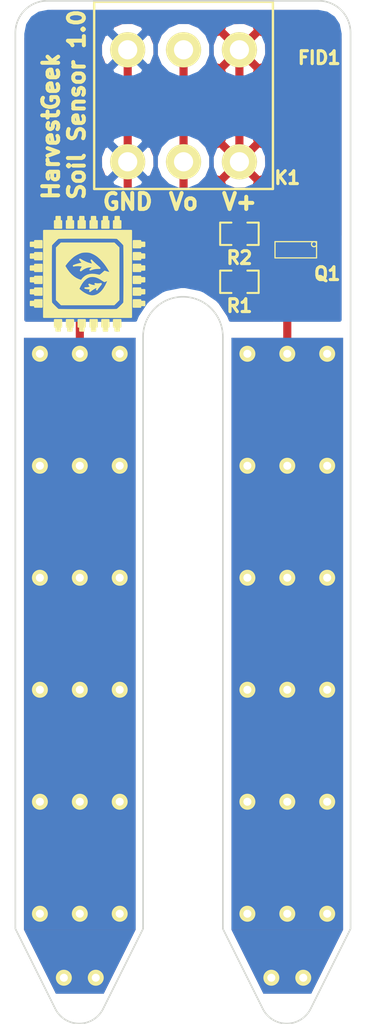
<source format=kicad_pcb>
(kicad_pcb (version 4) (host pcbnew "(2015-01-16 BZR 5376)-product")

  (general
    (links 56)
    (no_connects 2)
    (area 94.206715 51.170999 151.018286 115.415119)
    (thickness 1.6)
    (drawings 19)
    (tracks 30)
    (zones 0)
    (modules 10)
    (nets 6)
  )

  (page A4)
  (layers
    (0 F.Cu signal)
    (31 B.Cu signal hide)
    (32 B.Adhes user)
    (33 F.Adhes user)
    (34 B.Paste user)
    (35 F.Paste user)
    (36 B.SilkS user)
    (37 F.SilkS user)
    (38 B.Mask user)
    (39 F.Mask user)
    (40 Dwgs.User user)
    (41 Cmts.User user)
    (42 Eco1.User user)
    (43 Eco2.User user)
    (44 Edge.Cuts user)
    (45 Margin user)
    (46 B.CrtYd user)
    (47 F.CrtYd user)
    (48 B.Fab user)
    (49 F.Fab user)
  )

  (setup
    (last_trace_width 0.508)
    (trace_clearance 0.254)
    (zone_clearance 0.508)
    (zone_45_only no)
    (trace_min 0.254)
    (segment_width 0.2)
    (edge_width 0.1)
    (via_size 0.889)
    (via_drill 0.635)
    (via_min_size 0.889)
    (via_min_drill 0.508)
    (uvia_size 0.508)
    (uvia_drill 0.127)
    (uvias_allowed no)
    (uvia_min_size 0.508)
    (uvia_min_drill 0.127)
    (pcb_text_width 0.3)
    (pcb_text_size 1.5 1.5)
    (mod_edge_width 0.15)
    (mod_text_size 1 1)
    (mod_text_width 0.15)
    (pad_size 5 4)
    (pad_drill 0)
    (pad_to_mask_clearance 0)
    (aux_axis_origin 145.5 53)
    (grid_origin 145.5 53)
    (visible_elements FFFFFF7F)
    (pcbplotparams
      (layerselection 0x20000_00000000)
      (usegerberextensions false)
      (excludeedgelayer true)
      (linewidth 0.100000)
      (plotframeref false)
      (viasonmask false)
      (mode 1)
      (useauxorigin true)
      (hpglpennumber 1)
      (hpglpenspeed 20)
      (hpglpendiameter 15)
      (hpglpenoverlay 2)
      (psnegative false)
      (psa4output false)
      (plotreference true)
      (plotvalue false)
      (plotinvisibletext false)
      (padsonsilk false)
      (subtractmaskfromsilk true)
      (outputformat 1)
      (mirror false)
      (drillshape 0)
      (scaleselection 1)
      (outputdirectory ""))
  )

  (net 0 "")
  (net 1 "Net-(K1-Pad1)")
  (net 2 "Net-(K1-Pad2)")
  (net 3 "Net-(K1-Pad3)")
  (net 4 "Net-(P1-Pad1)")
  (net 5 "Net-(P2-Pad1)")

  (net_class Default "This is the default net class."
    (clearance 0.254)
    (trace_width 0.508)
    (via_dia 0.889)
    (via_drill 0.635)
    (uvia_dia 0.508)
    (uvia_drill 0.127)
    (add_net "Net-(K1-Pad1)")
    (add_net "Net-(K1-Pad2)")
    (add_net "Net-(K1-Pad3)")
    (add_net "Net-(P1-Pad1)")
    (add_net "Net-(P2-Pad1)")
  )

  (module Moisture:CON_3_weidmuller (layer F.Cu) (tedit 55804442) (tstamp 557FF51D)
    (at 136.5 54.5 180)
    (path /55747EA5)
    (fp_text reference K1 (at -6.5 -8 360) (layer F.SilkS)
      (effects (font (size 0.8 0.8) (thickness 0.2)))
    )
    (fp_text value CONN_3 (at -7.5 -6.5 270) (layer F.SilkS) hide
      (effects (font (size 0.8 0.8) (thickness 0.2)))
    )
    (fp_line (start -5.6 3) (end 5.6 3) (layer F.SilkS) (width 0.15))
    (fp_line (start 5.6 3) (end 5.6 -8.7) (layer F.SilkS) (width 0.15))
    (fp_line (start 5.6 -8.7) (end -5.6 -8.7) (layer F.SilkS) (width 0.15))
    (fp_line (start -5.6 -8.7) (end -5.6 3) (layer F.SilkS) (width 0.15))
    (pad 1 thru_hole circle (at -3.5 0 180) (size 2.2 2.2) (drill 1.2) (layers *.Cu *.Mask F.SilkS)
      (net 1 "Net-(K1-Pad1)"))
    (pad 2 thru_hole circle (at 0 0 180) (size 2.2 2.2) (drill 1.2) (layers *.Cu *.Mask F.SilkS)
      (net 2 "Net-(K1-Pad2)"))
    (pad 3 thru_hole circle (at 3.5 0 180) (size 2.2 2.2) (drill 1.2) (layers *.Cu *.Mask F.SilkS)
      (net 3 "Net-(K1-Pad3)"))
    (pad 1 thru_hole circle (at -3.5 -7 180) (size 2.2 2.2) (drill 1.2) (layers *.Cu *.Mask F.SilkS)
      (net 1 "Net-(K1-Pad1)"))
    (pad 2 thru_hole circle (at 0 -7 180) (size 2.2 2.2) (drill 1.2) (layers *.Cu *.Mask F.SilkS)
      (net 2 "Net-(K1-Pad2)"))
    (pad 3 thru_hole circle (at 3.5 -7 180) (size 2.2 2.2) (drill 1.2) (layers *.Cu *.Mask F.SilkS)
      (net 3 "Net-(K1-Pad3)"))
  )

  (module Moisture:SM0603_Resistor (layer F.Cu) (tedit 558051DC) (tstamp 557FF529)
    (at 140 69)
    (path /55747EFE)
    (attr smd)
    (fp_text reference R1 (at 0 1.5) (layer F.SilkS)
      (effects (font (size 0.8 0.8) (thickness 0.2)))
    )
    (fp_text value 100R (at -1.69926 0 90) (layer F.SilkS) hide
      (effects (font (size 0.8 0.8) (thickness 0.2)))
    )
    (fp_line (start -0.50038 -0.6985) (end -1.2065 -0.6985) (layer F.SilkS) (width 0.127))
    (fp_line (start -1.2065 -0.6985) (end -1.2065 0.6985) (layer F.SilkS) (width 0.127))
    (fp_line (start -1.2065 0.6985) (end -0.50038 0.6985) (layer F.SilkS) (width 0.127))
    (fp_line (start 1.2065 -0.6985) (end 0.50038 -0.6985) (layer F.SilkS) (width 0.127))
    (fp_line (start 1.2065 -0.6985) (end 1.2065 0.6985) (layer F.SilkS) (width 0.127))
    (fp_line (start 1.2065 0.6985) (end 0.50038 0.6985) (layer F.SilkS) (width 0.127))
    (pad 1 smd rect (at -0.762 0) (size 0.635 1.143) (layers F.Cu F.Paste F.Mask)
      (net 5 "Net-(P2-Pad1)"))
    (pad 2 smd rect (at 0.762 0) (size 0.635 1.143) (layers F.Cu F.Paste F.Mask)
      (net 1 "Net-(K1-Pad1)"))
    (model smd\resistors\R0603.wrl
      (at (xyz 0 0 0.001))
      (scale (xyz 0.5 0.5 0.5))
      (rotate (xyz 0 0 0))
    )
  )

  (module Moisture:SM0603_Resistor (layer F.Cu) (tedit 558051D6) (tstamp 557FF535)
    (at 140 66)
    (path /55747F2B)
    (attr smd)
    (fp_text reference R2 (at 0 1.5) (layer F.SilkS)
      (effects (font (size 0.8 0.8) (thickness 0.2)))
    )
    (fp_text value 100R (at -2 1 90) (layer F.SilkS) hide
      (effects (font (size 0.8 0.8) (thickness 0.2)))
    )
    (fp_line (start -0.50038 -0.6985) (end -1.2065 -0.6985) (layer F.SilkS) (width 0.127))
    (fp_line (start -1.2065 -0.6985) (end -1.2065 0.6985) (layer F.SilkS) (width 0.127))
    (fp_line (start -1.2065 0.6985) (end -0.50038 0.6985) (layer F.SilkS) (width 0.127))
    (fp_line (start 1.2065 -0.6985) (end 0.50038 -0.6985) (layer F.SilkS) (width 0.127))
    (fp_line (start 1.2065 -0.6985) (end 1.2065 0.6985) (layer F.SilkS) (width 0.127))
    (fp_line (start 1.2065 0.6985) (end 0.50038 0.6985) (layer F.SilkS) (width 0.127))
    (pad 1 smd rect (at -0.762 0) (size 0.635 1.143) (layers F.Cu F.Paste F.Mask)
      (net 3 "Net-(K1-Pad3)"))
    (pad 2 smd rect (at 0.762 0) (size 0.635 1.143) (layers F.Cu F.Paste F.Mask)
      (net 2 "Net-(K1-Pad2)"))
    (model smd\resistors\R0603.wrl
      (at (xyz 0 0 0.001))
      (scale (xyz 0.5 0.5 0.5))
      (rotate (xyz 0 0 0))
    )
  )

  (module Moisture:SOT23 (layer F.Cu) (tedit 558051EF) (tstamp 55803DC0)
    (at 143.5 67 270)
    (tags SOT23)
    (path /55803C77)
    (attr smd)
    (fp_text reference Q1 (at 1.5 -2 540) (layer F.SilkS)
      (effects (font (size 0.8 0.8) (thickness 0.2)))
    )
    (fp_text value MMBT2222ALT3G (at 0 0.0635 360) (layer F.SilkS) hide
      (effects (font (size 0.50038 0.50038) (thickness 0.09906)))
    )
    (fp_circle (center -0.35052 -1.17602) (end -0.44958 -1.30048) (layer F.SilkS) (width 0.07874))
    (fp_line (start 0.508 1.27) (end -0.508 1.27) (layer F.SilkS) (width 0.07874))
    (fp_line (start 0.508 -1.3335) (end -0.508 -1.3335) (layer F.SilkS) (width 0.07874))
    (fp_line (start -0.508 1.27) (end -0.508 -1.3335) (layer F.SilkS) (width 0.07874))
    (fp_line (start 0.508 -1.3335) (end 0.508 1.27) (layer F.SilkS) (width 0.07874))
    (pad 3 smd rect (at 1.09982 0 180) (size 0.8001 1.00076) (layers F.Cu F.Paste F.Mask)
      (net 1 "Net-(K1-Pad1)"))
    (pad 2 smd rect (at -1.09982 0.9525 180) (size 0.8001 1.00076) (layers F.Cu F.Paste F.Mask)
      (net 2 "Net-(K1-Pad2)"))
    (pad 1 smd rect (at -1.09982 -0.9525 180) (size 0.8001 1.00076) (layers F.Cu F.Paste F.Mask)
      (net 4 "Net-(P1-Pad1)"))
    (model smd\SOT23_3.wrl
      (at (xyz 0 0 0))
      (scale (xyz 0.4 0.4 0.4))
      (rotate (xyz 0 0 180))
    )
  )

  (module Moisture:logo2 (layer F.Cu) (tedit 558045A0) (tstamp 5580484B)
    (at 130.5 68.5 90)
    (fp_text reference G*** (at 0 0 90) (layer F.SilkS) hide
      (effects (font (thickness 0.3)))
    )
    (fp_text value LOGO (at 0.75 0 90) (layer F.SilkS) hide
      (effects (font (thickness 0.3)))
    )
    (fp_poly (pts (xy -1.636889 3.302) (xy -1.686278 3.302) (xy -1.735667 3.302) (xy -1.735667 3.429)
      (xy -1.735667 3.556) (xy -1.855611 3.556) (xy -1.975555 3.556) (xy -1.975555 3.429)
      (xy -1.975555 3.302) (xy -2.024944 3.302) (xy -2.074333 3.302) (xy -2.074333 3.083277)
      (xy -2.074333 2.864555) (xy -1.855611 2.864555) (xy -1.636889 2.864555) (xy -1.636889 3.083277)
      (xy -1.636889 3.302) (xy -1.636889 3.302)) (layer F.SilkS) (width 0.1))
    (fp_poly (pts (xy -0.903111 3.302) (xy -0.9525 3.302) (xy -1.001889 3.302) (xy -1.001889 3.429)
      (xy -1.001889 3.556) (xy -1.121833 3.556) (xy -1.241778 3.556) (xy -1.241778 3.429)
      (xy -1.241778 3.302) (xy -1.284111 3.302) (xy -1.326444 3.302) (xy -1.326444 3.083277)
      (xy -1.326444 2.864555) (xy -1.114778 2.864555) (xy -0.903111 2.864555) (xy -0.903111 3.083277)
      (xy -0.903111 3.302) (xy -0.903111 3.302)) (layer F.SilkS) (width 0.1))
    (fp_poly (pts (xy -0.169333 3.302) (xy -0.211667 3.302) (xy -0.254 3.302) (xy -0.254 3.429)
      (xy -0.254 3.556) (xy -0.373944 3.556) (xy -0.493889 3.556) (xy -0.493889 3.429)
      (xy -0.493889 3.302) (xy -0.543278 3.302) (xy -0.592667 3.302) (xy -0.592667 3.083277)
      (xy -0.592667 2.864555) (xy -0.381 2.864555) (xy -0.169333 2.864555) (xy -0.169333 3.083277)
      (xy -0.169333 3.302) (xy -0.169333 3.302)) (layer F.SilkS) (width 0.1))
    (fp_poly (pts (xy 0.578556 3.302) (xy 0.529167 3.302) (xy 0.479778 3.302) (xy 0.479778 3.429)
      (xy 0.479778 3.556) (xy 0.359833 3.556) (xy 0.239889 3.556) (xy 0.239889 3.429)
      (xy 0.239889 3.302) (xy 0.197556 3.302) (xy 0.155222 3.302) (xy 0.155222 3.083277)
      (xy 0.155222 2.864555) (xy 0.366889 2.864555) (xy 0.578556 2.864555) (xy 0.578556 3.083277)
      (xy 0.578556 3.302) (xy 0.578556 3.302)) (layer F.SilkS) (width 0.1))
    (fp_poly (pts (xy 1.312333 3.302) (xy 1.27 3.302) (xy 1.227667 3.302) (xy 1.227667 3.429)
      (xy 1.227667 3.556) (xy 1.107722 3.556) (xy 0.987778 3.556) (xy 0.987778 3.429)
      (xy 0.987778 3.302) (xy 0.938389 3.302) (xy 0.889 3.302) (xy 0.889 3.083277)
      (xy 0.889 2.864555) (xy 1.100667 2.864555) (xy 1.312333 2.864555) (xy 1.312333 3.083277)
      (xy 1.312333 3.302) (xy 1.312333 3.302)) (layer F.SilkS) (width 0.1))
    (fp_poly (pts (xy 2.060222 3.302) (xy 2.010833 3.302) (xy 1.961445 3.302) (xy 1.961445 3.429)
      (xy 1.961445 3.556) (xy 1.8415 3.556) (xy 1.721556 3.556) (xy 1.721556 3.429)
      (xy 1.721556 3.302) (xy 1.679222 3.302) (xy 1.636889 3.302) (xy 1.636889 3.083277)
      (xy 1.636889 2.864555) (xy 1.848556 2.864555) (xy 2.060222 2.864555) (xy 2.060222 3.083277)
      (xy 2.060222 3.302) (xy 2.060222 3.302)) (layer F.SilkS) (width 0.1))
    (fp_poly (pts (xy 2.695222 2.723444) (xy 2.243667 2.723444) (xy 2.243667 -0.007056) (xy 2.243631 -0.275204)
      (xy 2.243515 -0.516522) (xy 2.243302 -0.732399) (xy 2.242977 -0.924226) (xy 2.242526 -1.093394)
      (xy 2.241933 -1.241295) (xy 2.241184 -1.369319) (xy 2.240262 -1.478856) (xy 2.239153 -1.571298)
      (xy 2.237841 -1.648036) (xy 2.236312 -1.71046) (xy 2.23455 -1.759962) (xy 2.232541 -1.797931)
      (xy 2.230268 -1.82576) (xy 2.227717 -1.844838) (xy 2.224873 -1.856557) (xy 2.223472 -1.85984)
      (xy 2.20654 -1.882552) (xy 2.17308 -1.920383) (xy 2.12713 -1.969314) (xy 2.072731 -2.025328)
      (xy 2.013921 -2.084406) (xy 1.95474 -2.142532) (xy 1.899227 -2.195687) (xy 1.851421 -2.239852)
      (xy 1.815362 -2.271012) (xy 1.796567 -2.284476) (xy 1.782072 -2.286999) (xy 1.748503 -2.289277)
      (xy 1.695078 -2.291317) (xy 1.621013 -2.293125) (xy 1.525526 -2.294708) (xy 1.407832 -2.296074)
      (xy 1.26715 -2.297228) (xy 1.102697 -2.298179) (xy 0.913688 -2.298931) (xy 0.699341 -2.299493)
      (xy 0.458872 -2.299872) (xy 0.1915 -2.300073) (xy -0.006829 -2.300112) (xy -0.27173 -2.300075)
      (xy -0.509817 -2.299955) (xy -0.722497 -2.299736) (xy -0.911177 -2.299402) (xy -1.077267 -2.298937)
      (xy -1.222172 -2.298326) (xy -1.347301 -2.297553) (xy -1.454062 -2.296603) (xy -1.543861 -2.295459)
      (xy -1.618108 -2.294106) (xy -1.678209 -2.292528) (xy -1.725572 -2.29071) (xy -1.761604 -2.288635)
      (xy -1.787714 -2.286289) (xy -1.805309 -2.283655) (xy -1.815797 -2.280718) (xy -1.817506 -2.279917)
      (xy -1.840219 -2.262985) (xy -1.878049 -2.229524) (xy -1.92698 -2.183575) (xy -1.982994 -2.129176)
      (xy -2.042073 -2.070366) (xy -2.100198 -2.011185) (xy -2.153353 -1.955672) (xy -2.197519 -1.907866)
      (xy -2.228678 -1.871807) (xy -2.242143 -1.853011) (xy -2.244641 -1.838591) (xy -2.246899 -1.805144)
      (xy -2.248924 -1.751893) (xy -2.250721 -1.678059) (xy -2.252298 -1.582864) (xy -2.253662 -1.46553)
      (xy -2.254818 -1.325279) (xy -2.255773 -1.161334) (xy -2.256535 -0.972916) (xy -2.25711 -0.759246)
      (xy -2.257503 -0.519548) (xy -2.257723 -0.253043) (xy -2.257778 -0.014477) (xy -2.257768 0.248521)
      (xy -2.257724 0.484778) (xy -2.257624 0.695776) (xy -2.257447 0.882995) (xy -2.257171 1.047918)
      (xy -2.256774 1.192025) (xy -2.256235 1.316797) (xy -2.255531 1.423717) (xy -2.254642 1.514265)
      (xy -2.253545 1.589923) (xy -2.25222 1.652172) (xy -2.250643 1.702494) (xy -2.248794 1.742369)
      (xy -2.24665 1.77328) (xy -2.244191 1.796706) (xy -2.241395 1.814131) (xy -2.238239 1.827034)
      (xy -2.234702 1.836898) (xy -2.230763 1.845204) (xy -2.230563 1.84559) (xy -2.212311 1.87116)
      (xy -2.177619 1.911792) (xy -2.130646 1.963256) (xy -2.075552 2.021324) (xy -2.016498 2.081767)
      (xy -1.957643 2.140356) (xy -1.903148 2.192862) (xy -1.857172 2.235057) (xy -1.823876 2.262712)
      (xy -1.813278 2.269768) (xy -1.795067 2.272103) (xy -1.750708 2.274264) (xy -1.682271 2.276251)
      (xy -1.59183 2.278064) (xy -1.481458 2.279703) (xy -1.353226 2.281167) (xy -1.209207 2.282455)
      (xy -1.051474 2.283568) (xy -0.882099 2.284505) (xy -0.703155 2.285266) (xy -0.516713 2.28585)
      (xy -0.324847 2.286257) (xy -0.129629 2.286487) (xy 0.066868 2.286539) (xy 0.262573 2.286414)
      (xy 0.455412 2.28611) (xy 0.643313 2.285627) (xy 0.824205 2.284966) (xy 0.996013 2.284125)
      (xy 1.156666 2.283104) (xy 1.304091 2.281903) (xy 1.436216 2.280523) (xy 1.550969 2.278961)
      (xy 1.646276 2.277218) (xy 1.720066 2.275294) (xy 1.770265 2.273188) (xy 1.794802 2.2709)
      (xy 1.796567 2.270365) (xy 1.818962 2.253958) (xy 1.856656 2.221013) (xy 1.905608 2.175548)
      (xy 1.961779 2.121579) (xy 2.021129 2.063124) (xy 2.079621 2.004203) (xy 2.133213 1.948832)
      (xy 2.177868 1.901029) (xy 2.209545 1.864812) (xy 2.223472 1.845728) (xy 2.226455 1.836908)
      (xy 2.229138 1.821363) (xy 2.231536 1.797704) (xy 2.233664 1.764538) (xy 2.235537 1.720477)
      (xy 2.237171 1.664127) (xy 2.23858 1.594099) (xy 2.239779 1.509003) (xy 2.240785 1.407446)
      (xy 2.241611 1.288038) (xy 2.242274 1.149388) (xy 2.242788 0.990106) (xy 2.243168 0.8088)
      (xy 2.24343 0.60408) (xy 2.243589 0.374555) (xy 2.24366 0.118833) (xy 2.243667 -0.007056)
      (xy 2.243667 2.723444) (xy -0.007055 2.723444) (xy -2.709333 2.723444) (xy -2.709333 -0.014111)
      (xy -2.709333 -2.751667) (xy -0.007055 -2.751667) (xy 2.695222 -2.751667) (xy 2.695222 -0.014111)
      (xy 2.695222 2.723444) (xy 2.695222 2.723444)) (layer F.SilkS) (width 0.1))
    (fp_poly (pts (xy -2.878667 2.060222) (xy -3.097389 2.060222) (xy -3.316111 2.060222) (xy -3.316111 2.010833)
      (xy -3.316111 1.961444) (xy -3.443111 1.961444) (xy -3.570111 1.961444) (xy -3.570111 1.8415)
      (xy -3.570111 1.721555) (xy -3.443111 1.721555) (xy -3.316111 1.721555) (xy -3.316111 1.672166)
      (xy -3.316111 1.622777) (xy -3.097389 1.622777) (xy -2.878667 1.622777) (xy -2.878667 1.8415)
      (xy -2.878667 2.060222) (xy -2.878667 2.060222)) (layer F.SilkS) (width 0.1))
    (fp_poly (pts (xy 3.570111 1.961444) (xy 3.436056 1.961444) (xy 3.302 1.961444) (xy 3.302 2.010833)
      (xy 3.302 2.060222) (xy 3.083278 2.060222) (xy 2.864556 2.060222) (xy 2.864556 1.8415)
      (xy 2.864556 1.622777) (xy 3.083278 1.622777) (xy 3.302 1.622777) (xy 3.302 1.672166)
      (xy 3.302 1.721555) (xy 3.436056 1.721555) (xy 3.570111 1.721555) (xy 3.570111 1.8415)
      (xy 3.570111 1.961444) (xy 3.570111 1.961444)) (layer F.SilkS) (width 0.1))
    (fp_poly (pts (xy -2.878667 1.312333) (xy -3.097389 1.312333) (xy -3.316111 1.312333) (xy -3.316111 1.27)
      (xy -3.316111 1.227666) (xy -3.443111 1.227666) (xy -3.570111 1.227666) (xy -3.570111 1.107722)
      (xy -3.570111 0.987777) (xy -3.443111 0.987777) (xy -3.316111 0.987777) (xy -3.316111 0.938389)
      (xy -3.316111 0.889) (xy -3.097389 0.889) (xy -2.878667 0.889) (xy -2.878667 1.100666)
      (xy -2.878667 1.312333) (xy -2.878667 1.312333)) (layer F.SilkS) (width 0.1))
    (fp_poly (pts (xy 3.570111 1.227666) (xy 3.436056 1.227666) (xy 3.302 1.227666) (xy 3.302 1.27)
      (xy 3.302 1.312333) (xy 3.083278 1.312333) (xy 2.864556 1.312333) (xy 2.864556 1.100666)
      (xy 2.864556 0.889) (xy 3.083278 0.889) (xy 3.302 0.889) (xy 3.302 0.938389)
      (xy 3.302 0.987777) (xy 3.436056 0.987777) (xy 3.570111 0.987777) (xy 3.570111 1.107722)
      (xy 3.570111 1.227666) (xy 3.570111 1.227666)) (layer F.SilkS) (width 0.1))
    (fp_poly (pts (xy -2.878667 0.578555) (xy -3.097389 0.578555) (xy -3.316111 0.578555) (xy -3.316111 0.529166)
      (xy -3.316111 0.479777) (xy -3.443111 0.479777) (xy -3.570111 0.479777) (xy -3.570111 0.359833)
      (xy -3.570111 0.239889) (xy -3.443111 0.239889) (xy -3.316111 0.239889) (xy -3.316111 0.197555)
      (xy -3.316111 0.155222) (xy -3.097389 0.155222) (xy -2.878667 0.155222) (xy -2.878667 0.366889)
      (xy -2.878667 0.578555) (xy -2.878667 0.578555)) (layer F.SilkS) (width 0.1))
    (fp_poly (pts (xy 3.570111 0.479777) (xy 3.436056 0.479777) (xy 3.302 0.479777) (xy 3.302 0.529166)
      (xy 3.302 0.578555) (xy 3.083278 0.578555) (xy 2.864556 0.578555) (xy 2.864556 0.366889)
      (xy 2.864556 0.155222) (xy 3.083278 0.155222) (xy 3.302 0.155222) (xy 3.302 0.197555)
      (xy 3.302 0.239889) (xy 3.436056 0.239889) (xy 3.570111 0.239889) (xy 3.570111 0.359833)
      (xy 3.570111 0.479777) (xy 3.570111 0.479777)) (layer F.SilkS) (width 0.1))
    (fp_poly (pts (xy -2.878667 -0.169334) (xy -3.097389 -0.169334) (xy -3.316111 -0.169334) (xy -3.316111 -0.211667)
      (xy -3.316111 -0.254) (xy -3.443111 -0.254) (xy -3.570111 -0.254) (xy -3.570111 -0.373945)
      (xy -3.570111 -0.493889) (xy -3.443111 -0.493889) (xy -3.316111 -0.493889) (xy -3.316111 -0.543278)
      (xy -3.316111 -0.592667) (xy -3.097389 -0.592667) (xy -2.878667 -0.592667) (xy -2.878667 -0.381)
      (xy -2.878667 -0.169334) (xy -2.878667 -0.169334)) (layer F.SilkS) (width 0.1))
    (fp_poly (pts (xy 3.570111 -0.254) (xy 3.436056 -0.254) (xy 3.302 -0.254) (xy 3.302 -0.211667)
      (xy 3.302 -0.169334) (xy 3.083278 -0.169334) (xy 2.864556 -0.169334) (xy 2.864556 -0.381)
      (xy 2.864556 -0.592667) (xy 3.083278 -0.592667) (xy 3.302 -0.592667) (xy 3.302 -0.543278)
      (xy 3.302 -0.493889) (xy 3.436056 -0.493889) (xy 3.570111 -0.493889) (xy 3.570111 -0.373945)
      (xy 3.570111 -0.254) (xy 3.570111 -0.254)) (layer F.SilkS) (width 0.1))
    (fp_poly (pts (xy -2.878667 -0.903111) (xy -3.097389 -0.903111) (xy -3.316111 -0.903111) (xy -3.316111 -0.9525)
      (xy -3.316111 -1.001889) (xy -3.443111 -1.001889) (xy -3.570111 -1.001889) (xy -3.570111 -1.121834)
      (xy -3.570111 -1.241778) (xy -3.443111 -1.241778) (xy -3.316111 -1.241778) (xy -3.316111 -1.284111)
      (xy -3.316111 -1.326445) (xy -3.097389 -1.326445) (xy -2.878667 -1.326445) (xy -2.878667 -1.114778)
      (xy -2.878667 -0.903111) (xy -2.878667 -0.903111)) (layer F.SilkS) (width 0.1))
    (fp_poly (pts (xy 3.570111 -1.001889) (xy 3.436056 -1.001889) (xy 3.302 -1.001889) (xy 3.302 -0.9525)
      (xy 3.302 -0.903111) (xy 3.083278 -0.903111) (xy 2.864556 -0.903111) (xy 2.864556 -1.114778)
      (xy 2.864556 -1.326445) (xy 3.083278 -1.326445) (xy 3.302 -1.326445) (xy 3.302 -1.284111)
      (xy 3.302 -1.241778) (xy 3.436056 -1.241778) (xy 3.570111 -1.241778) (xy 3.570111 -1.121834)
      (xy 3.570111 -1.001889) (xy 3.570111 -1.001889)) (layer F.SilkS) (width 0.1))
    (fp_poly (pts (xy -2.878667 -1.651) (xy -3.097389 -1.651) (xy -3.316111 -1.651) (xy -3.316111 -1.693334)
      (xy -3.316111 -1.735667) (xy -3.443111 -1.735667) (xy -3.570111 -1.735667) (xy -3.570111 -1.855611)
      (xy -3.570111 -1.975556) (xy -3.443111 -1.975556) (xy -3.316111 -1.975556) (xy -3.316111 -2.024945)
      (xy -3.316111 -2.074334) (xy -3.097389 -2.074334) (xy -2.878667 -2.074334) (xy -2.878667 -1.862667)
      (xy -2.878667 -1.651) (xy -2.878667 -1.651)) (layer F.SilkS) (width 0.1))
    (fp_poly (pts (xy 3.570111 -1.735667) (xy 3.436056 -1.735667) (xy 3.302 -1.735667) (xy 3.302 -1.693334)
      (xy 3.302 -1.651) (xy 3.083278 -1.651) (xy 2.864556 -1.651) (xy 2.864556 -1.862667)
      (xy 2.864556 -2.074334) (xy 3.083278 -2.074334) (xy 3.302 -2.074334) (xy 3.302 -2.024945)
      (xy 3.302 -1.975556) (xy 3.436056 -1.975556) (xy 3.570111 -1.975556) (xy 3.570111 -1.855611)
      (xy 3.570111 -1.735667) (xy 3.570111 -1.735667)) (layer F.SilkS) (width 0.1))
    (fp_poly (pts (xy -1.636889 -2.878667) (xy -1.855611 -2.878667) (xy -2.074333 -2.878667) (xy -2.074333 -3.097389)
      (xy -2.074333 -3.316111) (xy -2.024944 -3.316111) (xy -1.975555 -3.316111) (xy -1.975555 -3.450167)
      (xy -1.975555 -3.584223) (xy -1.855611 -3.584223) (xy -1.735667 -3.584223) (xy -1.735667 -3.450167)
      (xy -1.735667 -3.316111) (xy -1.686278 -3.316111) (xy -1.636889 -3.316111) (xy -1.636889 -3.097389)
      (xy -1.636889 -2.878667) (xy -1.636889 -2.878667)) (layer F.SilkS) (width 0.1))
    (fp_poly (pts (xy -0.903111 -2.878667) (xy -1.114778 -2.878667) (xy -1.326444 -2.878667) (xy -1.326444 -3.097389)
      (xy -1.326444 -3.316111) (xy -1.284111 -3.316111) (xy -1.241778 -3.316111) (xy -1.241778 -3.450167)
      (xy -1.241778 -3.584223) (xy -1.121833 -3.584223) (xy -1.001889 -3.584223) (xy -1.001889 -3.450167)
      (xy -1.001889 -3.316111) (xy -0.9525 -3.316111) (xy -0.903111 -3.316111) (xy -0.903111 -3.097389)
      (xy -0.903111 -2.878667) (xy -0.903111 -2.878667)) (layer F.SilkS) (width 0.1))
    (fp_poly (pts (xy -0.169333 -2.878667) (xy -0.381 -2.878667) (xy -0.592667 -2.878667) (xy -0.592667 -3.097389)
      (xy -0.592667 -3.316111) (xy -0.543278 -3.316111) (xy -0.493889 -3.316111) (xy -0.493889 -3.450167)
      (xy -0.493889 -3.584223) (xy -0.373944 -3.584223) (xy -0.254 -3.584223) (xy -0.254 -3.450167)
      (xy -0.254 -3.316111) (xy -0.211667 -3.316111) (xy -0.169333 -3.316111) (xy -0.169333 -3.097389)
      (xy -0.169333 -2.878667) (xy -0.169333 -2.878667)) (layer F.SilkS) (width 0.1))
    (fp_poly (pts (xy 0.578556 -2.878667) (xy 0.366889 -2.878667) (xy 0.155222 -2.878667) (xy 0.155222 -3.097389)
      (xy 0.155222 -3.316111) (xy 0.197556 -3.316111) (xy 0.239889 -3.316111) (xy 0.239889 -3.450167)
      (xy 0.239889 -3.584223) (xy 0.359833 -3.584223) (xy 0.479778 -3.584223) (xy 0.479778 -3.450167)
      (xy 0.479778 -3.316111) (xy 0.529167 -3.316111) (xy 0.578556 -3.316111) (xy 0.578556 -3.097389)
      (xy 0.578556 -2.878667) (xy 0.578556 -2.878667)) (layer F.SilkS) (width 0.1))
    (fp_poly (pts (xy 1.312333 -2.878667) (xy 1.100667 -2.878667) (xy 0.889 -2.878667) (xy 0.889 -3.097389)
      (xy 0.889 -3.316111) (xy 0.938389 -3.316111) (xy 0.987778 -3.316111) (xy 0.987778 -3.450167)
      (xy 0.987778 -3.584223) (xy 1.107722 -3.584223) (xy 1.227667 -3.584223) (xy 1.227667 -3.450167)
      (xy 1.227667 -3.316111) (xy 1.27 -3.316111) (xy 1.312333 -3.316111) (xy 1.312333 -3.097389)
      (xy 1.312333 -2.878667) (xy 1.312333 -2.878667)) (layer F.SilkS) (width 0.1))
    (fp_poly (pts (xy 2.060222 -2.878667) (xy 1.848556 -2.878667) (xy 1.636889 -2.878667) (xy 1.636889 -3.097389)
      (xy 1.636889 -3.316111) (xy 1.679222 -3.316111) (xy 1.721556 -3.316111) (xy 1.721556 -3.450167)
      (xy 1.721556 -3.584223) (xy 1.8415 -3.584223) (xy 1.961445 -3.584223) (xy 1.961445 -3.450167)
      (xy 1.961445 -3.316111) (xy 2.010833 -3.316111) (xy 2.060222 -3.316111) (xy 2.060222 -3.097389)
      (xy 2.060222 -2.878667) (xy 2.060222 -2.878667)) (layer F.SilkS) (width 0.1))
    (fp_poly (pts (xy 1.905 1.650796) (xy 1.765358 1.792009) (xy 1.625717 1.933222) (xy 1.37579 1.933222)
      (xy 1.37579 -0.167875) (xy 1.368184 -0.278979) (xy 1.352618 -0.377785) (xy 1.343754 -0.413182)
      (xy 1.304931 -0.523406) (xy 1.250241 -0.643765) (xy 1.184302 -0.764984) (xy 1.113773 -0.874889)
      (xy 1.059691 -0.944597) (xy 0.988641 -1.025289) (xy 0.906402 -1.111245) (xy 0.818754 -1.196743)
      (xy 0.731476 -1.276065) (xy 0.650348 -1.343489) (xy 0.609108 -1.37438) (xy 0.492021 -1.457592)
      (xy 0.432983 -1.424903) (xy 0.243981 -1.308711) (xy 0.074574 -1.180839) (xy -0.073591 -1.043028)
      (xy -0.198869 -0.897017) (xy -0.299613 -0.744547) (xy -0.374176 -0.587359) (xy -0.383635 -0.561694)
      (xy -0.407512 -0.490122) (xy -0.41988 -0.439419) (xy -0.420653 -0.404647) (xy -0.409745 -0.38087)
      (xy -0.387067 -0.363147) (xy -0.380085 -0.359361) (xy -0.349664 -0.338663) (xy -0.308032 -0.303974)
      (xy -0.263145 -0.262018) (xy -0.253642 -0.252499) (xy -0.165808 -0.144245) (xy -0.101996 -0.022146)
      (xy -0.062151 0.114079) (xy -0.046218 0.264713) (xy -0.054141 0.430036) (xy -0.0854 0.608317)
      (xy -0.116716 0.743913) (xy -0.060418 0.82012) (xy -0.020852 0.870905) (xy 0.02739 0.92896)
      (xy 0.070896 0.978407) (xy 0.145912 1.060487) (xy 0.122614 1.126438) (xy 0.104622 1.183175)
      (xy 0.086961 1.248585) (xy 0.071702 1.313816) (xy 0.060911 1.370016) (xy 0.056657 1.408334)
      (xy 0.056653 1.408734) (xy 0.056445 1.441635) (xy 0.102306 1.414434) (xy 0.132356 1.396633)
      (xy 0.180092 1.368384) (xy 0.238902 1.333596) (xy 0.301019 1.296866) (xy 0.474877 1.186185)
      (xy 0.642633 1.064141) (xy 0.799592 0.934736) (xy 0.941056 0.801975) (xy 1.062332 0.669861)
      (xy 1.117223 0.60093) (xy 1.182768 0.504024) (xy 1.244821 0.394654) (xy 1.298517 0.282437)
      (xy 1.338992 0.176992) (xy 1.349782 0.141111) (xy 1.366696 0.051981) (xy 1.37533 -0.054284)
      (xy 1.37579 -0.167875) (xy 1.37579 1.933222) (xy -0.00231 1.933222) (xy -0.15158 1.933222)
      (xy -0.15158 0.289277) (xy -0.159584 0.169982) (xy -0.186298 0.064217) (xy -0.234683 -0.037908)
      (xy -0.263281 -0.083755) (xy -0.352099 -0.195246) (xy -0.466275 -0.301684) (xy -0.603097 -0.400957)
      (xy -0.759854 -0.490951) (xy -0.829147 -0.524625) (xy -0.9525 -0.58165) (xy -1.026922 -0.498964)
      (xy -1.126791 -0.37661) (xy -1.214146 -0.246765) (xy -1.286887 -0.113865) (xy -1.342914 0.017656)
      (xy -1.380128 0.143365) (xy -1.396429 0.258828) (xy -1.397 0.282553) (xy -1.383109 0.420386)
      (xy -1.342 0.554156) (xy -1.274521 0.68277) (xy -1.18152 0.805138) (xy -1.063845 0.920169)
      (xy -0.922344 1.026771) (xy -0.757863 1.123854) (xy -0.733778 1.136256) (xy -0.632629 1.186214)
      (xy -0.545542 1.226657) (xy -0.474685 1.256718) (xy -0.422225 1.275528) (xy -0.390332 1.28222)
      (xy -0.381 1.277377) (xy -0.386155 1.257731) (xy -0.399372 1.220663) (xy -0.417282 1.174558)
      (xy -0.436516 1.127797) (xy -0.453704 1.088764) (xy -0.465477 1.065839) (xy -0.466732 1.064105)
      (xy -0.468606 1.048513) (xy -0.456918 1.019497) (xy -0.430202 0.974182) (xy -0.390538 0.914826)
      (xy -0.304112 0.781055) (xy -0.238761 0.65958) (xy -0.192808 0.546003) (xy -0.16457 0.435927)
      (xy -0.15237 0.324954) (xy -0.15158 0.289277) (xy -0.15158 1.933222) (xy -1.630338 1.933222)
      (xy -1.774724 1.788342) (xy -1.919111 1.643462) (xy -1.919111 -0.007549) (xy -1.919111 -1.65856)
      (xy -1.774231 -1.802947) (xy -1.629351 -1.947334) (xy -0.002894 -1.947334) (xy 1.623564 -1.947334)
      (xy 1.764282 -1.807889) (xy 1.905 -1.668444) (xy 1.905 -0.008824) (xy 1.905 1.650796)
      (xy 1.905 1.650796)) (layer F.SilkS) (width 0.1))
    (fp_poly (pts (xy 0.898102 -0.493889) (xy 0.897614 -0.483919) (xy 0.885718 -0.462139) (xy 0.828652 -0.366419)
      (xy 0.771312 -0.256132) (xy 0.71743 -0.139593) (xy 0.670737 -0.025116) (xy 0.634965 0.078986)
      (xy 0.62227 0.124831) (xy 0.601914 0.209614) (xy 0.589061 0.270198) (xy 0.583338 0.309486)
      (xy 0.58437 0.330381) (xy 0.591784 0.335783) (xy 0.5952 0.334815) (xy 0.615914 0.325709)
      (xy 0.655116 0.307993) (xy 0.705675 0.284898) (xy 0.726441 0.275356) (xy 0.839049 0.223531)
      (xy 0.740508 0.319904) (xy 0.684025 0.377095) (xy 0.622797 0.442144) (xy 0.568203 0.502904)
      (xy 0.557729 0.515055) (xy 0.510999 0.569337) (xy 0.462483 0.624862) (xy 0.421091 0.671455)
      (xy 0.413134 0.680256) (xy 0.352778 0.746679) (xy 0.352778 0.626745) (xy 0.344982 0.497036)
      (xy 0.322997 0.36788) (xy 0.288929 0.250366) (xy 0.274319 0.213527) (xy 0.256946 0.171985)
      (xy 0.251013 0.153104) (xy 0.256084 0.153943) (xy 0.267292 0.166273) (xy 0.326682 0.235255)
      (xy 0.371095 0.283785) (xy 0.402678 0.313841) (xy 0.42358 0.327401) (xy 0.435951 0.326445)
      (xy 0.438267 0.323708) (xy 0.447233 0.292684) (xy 0.451095 0.241104) (xy 0.450153 0.176112)
      (xy 0.444712 0.104853) (xy 0.435072 0.03447) (xy 0.423729 -0.019622) (xy 0.389943 -0.123114)
      (xy 0.343057 -0.227181) (xy 0.288247 -0.321415) (xy 0.244197 -0.380385) (xy 0.217893 -0.413758)
      (xy 0.202875 -0.438113) (xy 0.201531 -0.446124) (xy 0.21764 -0.444366) (xy 0.251262 -0.430762)
      (xy 0.296032 -0.408514) (xy 0.345585 -0.380821) (xy 0.393556 -0.350885) (xy 0.401331 -0.345643)
      (xy 0.435404 -0.323493) (xy 0.454789 -0.316482) (xy 0.467693 -0.323247) (xy 0.475703 -0.333302)
      (xy 0.499454 -0.383184) (xy 0.516263 -0.455442) (xy 0.525612 -0.544969) (xy 0.526982 -0.646659)
      (xy 0.519858 -0.755406) (xy 0.519154 -0.762) (xy 0.514172 -0.810056) (xy 0.513146 -0.833132)
      (xy 0.51679 -0.834286) (xy 0.525822 -0.816576) (xy 0.529851 -0.807681) (xy 0.548076 -0.76027)
      (xy 0.569636 -0.693739) (xy 0.592104 -0.616597) (xy 0.613059 -0.537354) (xy 0.630075 -0.464519)
      (xy 0.635996 -0.435067) (xy 0.645462 -0.385707) (xy 0.65346 -0.346317) (xy 0.657765 -0.327421)
      (xy 0.670358 -0.327106) (xy 0.701209 -0.344762) (xy 0.748059 -0.378979) (xy 0.776346 -0.401505)
      (xy 0.824163 -0.439817) (xy 0.863723 -0.470373) (xy 0.890075 -0.489417) (xy 0.898102 -0.493889)
      (xy 0.898102 -0.493889)) (layer F.SilkS) (width 0.1))
    (fp_poly (pts (xy 0.504985 -0.86755) (xy 0.503296 -0.865482) (xy 0.494907 -0.867419) (xy 0.493889 -0.874889)
      (xy 0.499052 -0.886504) (xy 0.503296 -0.884297) (xy 0.504985 -0.86755) (xy 0.504985 -0.86755)) (layer F.SilkS) (width 0.1))
    (fp_poly (pts (xy -0.624322 0.828453) (xy -0.639029 0.827582) (xy -0.671438 0.805325) (xy -0.691444 0.7886)
      (xy -0.724749 0.760961) (xy -0.772627 0.722756) (xy -0.827062 0.680338) (xy -0.853722 0.659924)
      (xy -0.903399 0.62127) (xy -0.931655 0.596807) (xy -0.940257 0.584639) (xy -0.930973 0.58287)
      (xy -0.924278 0.584247) (xy -0.882106 0.594417) (xy -0.850194 0.602137) (xy -0.824682 0.602347)
      (xy -0.818444 0.588575) (xy -0.825735 0.559961) (xy -0.845442 0.513808) (xy -0.874313 0.456051)
      (xy -0.909099 0.392627) (xy -0.946549 0.32947) (xy -0.983414 0.272518) (xy -1.015202 0.229234)
      (xy -1.04845 0.187139) (xy -1.073437 0.153664) (xy -1.085894 0.134588) (xy -1.086555 0.132637)
      (xy -1.075467 0.134617) (xy -1.046499 0.147959) (xy -1.008944 0.168107) (xy -0.931333 0.211908)
      (xy -0.930448 0.130648) (xy -0.927338 0.073662) (xy -0.920086 0.004687) (xy -0.911058 -0.056445)
      (xy -0.892553 -0.162278) (xy -0.890777 -0.0837) (xy -0.884423 -0.014726) (xy -0.870012 0.055936)
      (xy -0.85012 0.118244) (xy -0.82782 0.16149) (xy -0.815307 0.175704) (xy -0.801866 0.177664)
      (xy -0.780461 0.165408) (xy -0.746253 0.138739) (xy -0.701271 0.103333) (xy -0.675767 0.086592)
      (xy -0.667554 0.089098) (xy -0.674442 0.111434) (xy -0.693559 0.152757) (xy -0.733794 0.265591)
      (xy -0.751402 0.384913) (xy -0.747235 0.485162) (xy -0.736963 0.543761) (xy -0.725116 0.57518)
      (xy -0.709928 0.580465) (xy -0.689634 0.560658) (xy -0.670355 0.530571) (xy -0.64846 0.494437)
      (xy -0.632805 0.470873) (xy -0.628103 0.465666) (xy -0.628403 0.477902) (xy -0.634076 0.508767)
      (xy -0.637827 0.525639) (xy -0.643684 0.570836) (xy -0.645497 0.630876) (xy -0.64363 0.695716)
      (xy -0.638446 0.755314) (xy -0.630312 0.799628) (xy -0.627582 0.807861) (xy -0.624322 0.828453)
      (xy -0.624322 0.828453)) (layer F.SilkS) (width 0.1))
    (fp_poly (pts (xy -0.973667 0.5715) (xy -0.980722 0.578555) (xy -0.987778 0.5715) (xy -0.980722 0.564444)
      (xy -0.973667 0.5715) (xy -0.973667 0.5715)) (layer F.SilkS) (width 0.1))
  )

  (module Moisture:Fiducial (layer F.Cu) (tedit 55804810) (tstamp 55804B6A)
    (at 145.5 53)
    (attr smd)
    (fp_text reference Fiducial (at -0.4 2.6) (layer F.SilkS) hide
      (effects (font (size 0.8 0.8) (thickness 0.2)))
    )
    (fp_text value FID1 (at -0.5 2) (layer F.SilkS)
      (effects (font (size 0.8 0.8) (thickness 0.2)))
    )
    (pad 1 smd circle (at 0 0) (size 1 1) (layers F.Cu F.Mask)
      (solder_mask_margin 0.5) (clearance 0.5))
  )

  (module Moisture:Fiducial (layer F.Cu) (tedit 55804773) (tstamp 55804B7E)
    (at 127.5 53)
    (attr smd)
    (fp_text reference Fiducial (at -0.4 2.6) (layer F.SilkS) hide
      (effects (font (size 0.8 0.8) (thickness 0.2)))
    )
    (fp_text value FID1 (at 3.85 -0.17) (layer F.SilkS) hide
      (effects (font (size 0.8 0.8) (thickness 0.2)))
    )
    (pad 1 smd circle (at 0 0) (size 1 1) (layers F.Cu F.Mask)
      (solder_mask_margin 0.5) (clearance 0.5))
  )

  (module Moisture:Fiducial (layer F.Cu) (tedit 55804819) (tstamp 55804B9D)
    (at 145.5 71)
    (attr smd)
    (fp_text reference Fiducial (at -0.4 2.6) (layer F.SilkS) hide
      (effects (font (size 0.8 0.8) (thickness 0.2)))
    )
    (fp_text value FID1 (at 3.85 -0.17) (layer F.SilkS) hide
      (effects (font (size 0.8 0.8) (thickness 0.2)))
    )
    (pad 1 smd circle (at 0 0) (size 1 1) (layers F.Cu F.Mask)
      (solder_mask_margin 0.5) (clearance 0.5))
  )

  (module Moisture:probe (layer F.Cu) (tedit 55804BC3) (tstamp 55800D2B)
    (at 130 100)
    (path /557FF340)
    (fp_text reference P2 (at -34 -36) (layer F.SilkS) hide
      (effects (font (size 1.5 1.5) (thickness 0.15)))
    )
    (fp_text value CONN_01X01 (at -28 -38) (layer F.SilkS) hide
      (effects (font (size 1.5 1.5) (thickness 0.15)))
    )
    (pad 1 thru_hole circle (at -2.5 -26.5) (size 1 1) (drill 0.5) (layers *.Cu *.Mask F.SilkS)
      (net 5 "Net-(P2-Pad1)"))
    (pad 1 thru_hole circle (at 0 -26.5) (size 1 1) (drill 0.5) (layers *.Cu *.Mask F.SilkS)
      (net 5 "Net-(P2-Pad1)"))
    (pad 1 thru_hole circle (at 2.5 -26.5) (size 1 1) (drill 0.5) (layers *.Cu *.Mask F.SilkS)
      (net 5 "Net-(P2-Pad1)"))
    (pad 1 thru_hole circle (at 2.5 -19.5) (size 1 1) (drill 0.5) (layers *.Cu *.Mask F.SilkS)
      (net 5 "Net-(P2-Pad1)"))
    (pad 1 thru_hole circle (at 0 -19.5) (size 1 1) (drill 0.5) (layers *.Cu *.Mask F.SilkS)
      (net 5 "Net-(P2-Pad1)"))
    (pad 1 thru_hole circle (at -2.5 -19.5) (size 1 1) (drill 0.5) (layers *.Cu *.Mask F.SilkS)
      (net 5 "Net-(P2-Pad1)"))
    (pad 1 thru_hole circle (at -1 12.5) (size 1 1) (drill 0.5) (layers *.Cu *.Mask F.SilkS)
      (net 5 "Net-(P2-Pad1)"))
    (pad 1 thru_hole circle (at 1 12.5) (size 1 1) (drill 0.5) (layers *.Cu *.Mask F.SilkS)
      (net 5 "Net-(P2-Pad1)"))
    (pad 1 thru_hole circle (at 2.5 8.5) (size 1 1) (drill 0.5) (layers *.Cu *.Mask F.SilkS)
      (net 5 "Net-(P2-Pad1)"))
    (pad 1 thru_hole circle (at 0 8.5) (size 1 1) (drill 0.5) (layers *.Cu *.Mask F.SilkS)
      (net 5 "Net-(P2-Pad1)"))
    (pad 1 thru_hole circle (at -2.5 8.5) (size 1 1) (drill 0.5) (layers *.Cu *.Mask F.SilkS)
      (net 5 "Net-(P2-Pad1)"))
    (pad 1 thru_hole circle (at -2.5 1.5) (size 1 1) (drill 0.5) (layers *.Cu *.Mask F.SilkS)
      (net 5 "Net-(P2-Pad1)"))
    (pad 1 thru_hole circle (at 0 1.5) (size 1 1) (drill 0.5) (layers *.Cu *.Mask F.SilkS)
      (net 5 "Net-(P2-Pad1)"))
    (pad 1 thru_hole circle (at 2.5 1.5) (size 1 1) (drill 0.5) (layers *.Cu *.Mask F.SilkS)
      (net 5 "Net-(P2-Pad1)"))
    (pad 1 thru_hole circle (at 2.5 -5.5) (size 1 1) (drill 0.5) (layers *.Cu *.Mask F.SilkS)
      (net 5 "Net-(P2-Pad1)"))
    (pad 1 thru_hole circle (at 0 -5.5) (size 1 1) (drill 0.5) (layers *.Cu *.Mask F.SilkS)
      (net 5 "Net-(P2-Pad1)"))
    (pad 1 thru_hole circle (at -2.5 -5.5) (size 1 1) (drill 0.5) (layers *.Cu *.Mask F.SilkS)
      (net 5 "Net-(P2-Pad1)"))
    (pad 1 thru_hole circle (at -2.5 -12.5) (size 1 1) (drill 0.5) (layers *.Cu *.Mask F.SilkS)
      (net 5 "Net-(P2-Pad1)"))
    (pad 1 thru_hole circle (at 0 -12.5) (size 1 1) (drill 0.5) (layers *.Cu *.Mask F.SilkS)
      (net 5 "Net-(P2-Pad1)"))
    (pad 1 thru_hole circle (at 2.5 -12.5) (size 1 1) (drill 0.5) (layers *.Cu *.Mask F.SilkS)
      (net 5 "Net-(P2-Pad1)"))
    (pad 1 smd rect (at 0 -9) (size 7 37) (layers F.Cu F.Mask)
      (net 5 "Net-(P2-Pad1)"))
    (pad 1 smd trapezoid (at 0 11.5) (size 5 4) (rect_delta 0 -2 ) (layers F.Cu F.Mask)
      (net 5 "Net-(P2-Pad1)"))
    (pad 1 smd trapezoid (at 0 11.5) (size 5 4) (rect_delta 0 -2 ) (layers B.Cu B.Mask)
      (net 5 "Net-(P2-Pad1)"))
    (pad 1 smd rect (at 0 -9) (size 7 37) (layers B.Cu B.Mask)
      (net 5 "Net-(P2-Pad1)"))
  )

  (module Moisture:probe (layer F.Cu) (tedit 55804BC3) (tstamp 557FF8CC)
    (at 143 100)
    (path /557FF2E8)
    (fp_text reference P1 (at -34 -36) (layer F.SilkS) hide
      (effects (font (size 1.5 1.5) (thickness 0.15)))
    )
    (fp_text value CONN_01X01 (at -28 -38) (layer F.SilkS) hide
      (effects (font (size 1.5 1.5) (thickness 0.15)))
    )
    (pad 1 thru_hole circle (at -2.5 -26.5) (size 1 1) (drill 0.5) (layers *.Cu *.Mask F.SilkS)
      (net 4 "Net-(P1-Pad1)"))
    (pad 1 thru_hole circle (at 0 -26.5) (size 1 1) (drill 0.5) (layers *.Cu *.Mask F.SilkS)
      (net 4 "Net-(P1-Pad1)"))
    (pad 1 thru_hole circle (at 2.5 -26.5) (size 1 1) (drill 0.5) (layers *.Cu *.Mask F.SilkS)
      (net 4 "Net-(P1-Pad1)"))
    (pad 1 thru_hole circle (at 2.5 -19.5) (size 1 1) (drill 0.5) (layers *.Cu *.Mask F.SilkS)
      (net 4 "Net-(P1-Pad1)"))
    (pad 1 thru_hole circle (at 0 -19.5) (size 1 1) (drill 0.5) (layers *.Cu *.Mask F.SilkS)
      (net 4 "Net-(P1-Pad1)"))
    (pad 1 thru_hole circle (at -2.5 -19.5) (size 1 1) (drill 0.5) (layers *.Cu *.Mask F.SilkS)
      (net 4 "Net-(P1-Pad1)"))
    (pad 1 thru_hole circle (at -1 12.5) (size 1 1) (drill 0.5) (layers *.Cu *.Mask F.SilkS)
      (net 4 "Net-(P1-Pad1)"))
    (pad 1 thru_hole circle (at 1 12.5) (size 1 1) (drill 0.5) (layers *.Cu *.Mask F.SilkS)
      (net 4 "Net-(P1-Pad1)"))
    (pad 1 thru_hole circle (at 2.5 8.5) (size 1 1) (drill 0.5) (layers *.Cu *.Mask F.SilkS)
      (net 4 "Net-(P1-Pad1)"))
    (pad 1 thru_hole circle (at 0 8.5) (size 1 1) (drill 0.5) (layers *.Cu *.Mask F.SilkS)
      (net 4 "Net-(P1-Pad1)"))
    (pad 1 thru_hole circle (at -2.5 8.5) (size 1 1) (drill 0.5) (layers *.Cu *.Mask F.SilkS)
      (net 4 "Net-(P1-Pad1)"))
    (pad 1 thru_hole circle (at -2.5 1.5) (size 1 1) (drill 0.5) (layers *.Cu *.Mask F.SilkS)
      (net 4 "Net-(P1-Pad1)"))
    (pad 1 thru_hole circle (at 0 1.5) (size 1 1) (drill 0.5) (layers *.Cu *.Mask F.SilkS)
      (net 4 "Net-(P1-Pad1)"))
    (pad 1 thru_hole circle (at 2.5 1.5) (size 1 1) (drill 0.5) (layers *.Cu *.Mask F.SilkS)
      (net 4 "Net-(P1-Pad1)"))
    (pad 1 thru_hole circle (at 2.5 -5.5) (size 1 1) (drill 0.5) (layers *.Cu *.Mask F.SilkS)
      (net 4 "Net-(P1-Pad1)"))
    (pad 1 thru_hole circle (at 0 -5.5) (size 1 1) (drill 0.5) (layers *.Cu *.Mask F.SilkS)
      (net 4 "Net-(P1-Pad1)"))
    (pad 1 thru_hole circle (at -2.5 -5.5) (size 1 1) (drill 0.5) (layers *.Cu *.Mask F.SilkS)
      (net 4 "Net-(P1-Pad1)"))
    (pad 1 thru_hole circle (at -2.5 -12.5) (size 1 1) (drill 0.5) (layers *.Cu *.Mask F.SilkS)
      (net 4 "Net-(P1-Pad1)"))
    (pad 1 thru_hole circle (at 0 -12.5) (size 1 1) (drill 0.5) (layers *.Cu *.Mask F.SilkS)
      (net 4 "Net-(P1-Pad1)"))
    (pad 1 thru_hole circle (at 2.5 -12.5) (size 1 1) (drill 0.5) (layers *.Cu *.Mask F.SilkS)
      (net 4 "Net-(P1-Pad1)"))
    (pad 1 smd rect (at 0 -9) (size 7 37) (layers F.Cu F.Mask)
      (net 4 "Net-(P1-Pad1)"))
    (pad 1 smd trapezoid (at 0 11.5) (size 5 4) (rect_delta 0 -2 ) (layers F.Cu F.Mask)
      (net 4 "Net-(P1-Pad1)"))
    (pad 1 smd trapezoid (at 0 11.5) (size 5 4) (rect_delta 0 -2 ) (layers B.Cu B.Mask)
      (net 4 "Net-(P1-Pad1)"))
    (pad 1 smd rect (at 0 -9) (size 7 37) (layers B.Cu B.Mask)
      (net 4 "Net-(P1-Pad1)"))
  )

  (gr_text "HarvestGeek\nSoil Sensor 1.0" (at 129 64 90) (layer F.SilkS)
    (effects (font (size 1 1) (thickness 0.25)) (justify left))
  )
  (gr_text Vo (at 136.5 64) (layer F.SilkS)
    (effects (font (size 1 1) (thickness 0.25)))
  )
  (gr_text V+ (at 140 64) (layer F.SilkS)
    (effects (font (size 1 1) (thickness 0.25)))
  )
  (gr_text GND (at 133 64) (layer F.SilkS)
    (effects (font (size 1 1) (thickness 0.25)))
  )
  (gr_line (start 127.963448 51.438067) (end 144.963448 51.438067) (layer Edge.Cuts) (width 0.1))
  (gr_arc (start 136.463448 72.438067) (end 138.963448 72.438067) (angle -180) (layer Edge.Cuts) (width 0.1))
  (gr_line (start 138.963448 109.438067) (end 138.963448 72.438067) (layer Edge.Cuts) (width 0.1))
  (gr_line (start 133.963448 109.438067) (end 133.963448 72.438067) (layer Edge.Cuts) (width 0.1))
  (gr_arc (start 144.963448 53.438067) (end 146.963448 53.438067) (angle -90) (layer Edge.Cuts) (width 0.1))
  (gr_arc (start 127.963448 53.438067) (end 127.963448 51.438067) (angle -90) (layer Edge.Cuts) (width 0.1))
  (gr_line (start 127.963448 51.438067) (end 127.963448 51.438067) (layer Edge.Cuts) (width 0.1))
  (gr_arc (start 142.963448 113.688067) (end 141.463448 114.438067) (angle -126.8698976) (layer Edge.Cuts) (width 0.1))
  (gr_arc (start 129.963448 113.688067) (end 128.463448 114.438067) (angle -126.8698976) (layer Edge.Cuts) (width 0.1))
  (gr_line (start 146.963448 109.438067) (end 146.963448 53.438067) (layer Edge.Cuts) (width 0.1))
  (gr_line (start 146.963448 109.438067) (end 144.463448 114.438067) (layer Edge.Cuts) (width 0.1))
  (gr_line (start 141.463448 114.438067) (end 138.963448 109.438067) (layer Edge.Cuts) (width 0.1))
  (gr_line (start 133.963448 109.438067) (end 131.463448 114.438067) (layer Edge.Cuts) (width 0.1))
  (gr_line (start 125.963448 109.438067) (end 128.463448 114.438067) (layer Edge.Cuts) (width 0.1))
  (gr_line (start 125.963448 53.438067) (end 125.963448 109.438067) (layer Edge.Cuts) (width 0.1))

  (segment (start 140.762 69) (end 143 69) (width 0.508) (layer F.Cu) (net 1))
  (segment (start 143 68.59982) (end 143.5 68.09982) (width 0.508) (layer F.Cu) (net 1) (tstamp 55804299))
  (segment (start 143 69) (end 143 68.59982) (width 0.508) (layer F.Cu) (net 1) (tstamp 55804298))
  (segment (start 140 54.5) (end 140 61.5) (width 0.508) (layer F.Cu) (net 1))
  (segment (start 143.5 68.09982) (end 143.40018 68) (width 0.508) (layer F.Cu) (net 1))
  (segment (start 136.5 54.5) (end 136.5 61.5) (width 0.508) (layer F.Cu) (net 2))
  (segment (start 136.5 61.5) (end 136.5 63.5) (width 0.508) (layer F.Cu) (net 2))
  (segment (start 141 65) (end 141 65.762) (width 0.508) (layer F.Cu) (net 2) (tstamp 55804072))
  (segment (start 140.5 64.5) (end 141 65) (width 0.508) (layer F.Cu) (net 2) (tstamp 55804071))
  (segment (start 137.5 64.5) (end 140.5 64.5) (width 0.508) (layer F.Cu) (net 2) (tstamp 55804070))
  (segment (start 136.5 63.5) (end 137.5 64.5) (width 0.508) (layer F.Cu) (net 2) (tstamp 5580406C))
  (segment (start 141 65.762) (end 140.762 66) (width 0.508) (layer F.Cu) (net 2) (tstamp 55804079))
  (segment (start 142.5475 65.90018) (end 142.44768 66) (width 0.508) (layer F.Cu) (net 2))
  (segment (start 142.44768 66) (end 140.762 66) (width 0.508) (layer F.Cu) (net 2) (tstamp 55804051))
  (segment (start 133 54.5) (end 133 61.5) (width 0.508) (layer F.Cu) (net 3))
  (segment (start 139.238 66) (end 135 66) (width 0.508) (layer F.Cu) (net 3))
  (segment (start 133 65) (end 133 61.5) (width 0.508) (layer F.Cu) (net 3) (tstamp 5580404A))
  (segment (start 134 66) (end 133 65) (width 0.508) (layer F.Cu) (net 3) (tstamp 55804048))
  (segment (start 135 66) (end 134 66) (width 0.508) (layer F.Cu) (net 3) (tstamp 55804043))
  (segment (start 143 73.5) (end 143 71) (width 0.508) (layer F.Cu) (net 4))
  (segment (start 145 66) (end 144.55232 66) (width 0.508) (layer F.Cu) (net 4) (tstamp 55804BB5))
  (segment (start 145.5 66.5) (end 145 66) (width 0.508) (layer F.Cu) (net 4) (tstamp 55804BB4))
  (segment (start 145.5 68.5) (end 145.5 66.5) (width 0.508) (layer F.Cu) (net 4) (tstamp 55804BB3))
  (segment (start 143 71) (end 145.5 68.5) (width 0.508) (layer F.Cu) (net 4) (tstamp 55804BB2))
  (segment (start 144.55232 66) (end 144.4525 65.90018) (width 0.508) (layer F.Cu) (net 4) (tstamp 55804BB6))
  (segment (start 144.4525 65.90018) (end 144.55232 66) (width 0.508) (layer F.Cu) (net 4))
  (segment (start 139.238 69) (end 132 69) (width 0.508) (layer F.Cu) (net 5))
  (segment (start 130 70) (end 130 73.5) (width 0.508) (layer F.Cu) (net 5) (tstamp 5580429E))
  (segment (start 131 69) (end 130 70) (width 0.508) (layer F.Cu) (net 5) (tstamp 5580429D))
  (segment (start 132 69) (end 131 69) (width 0.508) (layer F.Cu) (net 5) (tstamp 5580429C))

  (zone (net 1) (net_name "Net-(K1-Pad1)") (layer F.Cu) (tstamp 55803FB8) (hatch edge 0.508)
    (connect_pads (clearance 0.508))
    (min_thickness 0.254)
    (fill yes (arc_segments 16) (thermal_gap 0.508) (thermal_bridge_width 0.508))
    (polygon
      (pts
        (xy 125 52) (xy 148.5 52) (xy 148.5 71.5) (xy 125 71.5)
      )
    )
    (filled_polygon
      (pts
        (xy 146.278448 66.095618) (xy 146.128618 65.871382) (xy 145.628618 65.371382) (xy 145.474495 65.2684) (xy 145.453013 65.157677)
        (xy 145.313223 64.944873) (xy 145.10219 64.802423) (xy 144.85255 64.75236) (xy 144.05245 64.75236) (xy 143.810327 64.799337)
        (xy 143.597523 64.939127) (xy 143.499672 65.084087) (xy 143.408223 64.944873) (xy 143.19719 64.802423) (xy 142.94755 64.75236)
        (xy 142.14745 64.75236) (xy 141.905327 64.799337) (xy 141.855585 64.832012) (xy 141.821329 64.659795) (xy 141.821329 64.659794)
        (xy 141.745323 64.546043) (xy 141.745323 61.788407) (xy 141.745323 54.788407) (xy 141.722836 54.098547) (xy 141.502099 53.565641)
        (xy 141.224868 53.454737) (xy 141.045263 53.634342) (xy 141.045263 53.275132) (xy 140.934359 52.997901) (xy 140.288407 52.754677)
        (xy 139.598547 52.777164) (xy 139.065641 52.997901) (xy 138.954737 53.275132) (xy 140 54.320395) (xy 141.045263 53.275132)
        (xy 141.045263 53.634342) (xy 140.179605 54.5) (xy 141.224868 55.545263) (xy 141.502099 55.434359) (xy 141.745323 54.788407)
        (xy 141.745323 61.788407) (xy 141.722836 61.098547) (xy 141.502099 60.565641) (xy 141.224868 60.454737) (xy 141.045263 60.634342)
        (xy 141.045263 60.275132) (xy 141.045263 55.724868) (xy 140 54.679605) (xy 139.820395 54.85921) (xy 139.820395 54.5)
        (xy 138.775132 53.454737) (xy 138.497901 53.565641) (xy 138.254677 54.211593) (xy 138.277164 54.901453) (xy 138.497901 55.434359)
        (xy 138.775132 55.545263) (xy 139.820395 54.5) (xy 139.820395 54.85921) (xy 138.954737 55.724868) (xy 139.065641 56.002099)
        (xy 139.711593 56.245323) (xy 140.401453 56.222836) (xy 140.934359 56.002099) (xy 141.045263 55.724868) (xy 141.045263 60.275132)
        (xy 140.934359 59.997901) (xy 140.288407 59.754677) (xy 139.598547 59.777164) (xy 139.065641 59.997901) (xy 138.954737 60.275132)
        (xy 140 61.320395) (xy 141.045263 60.275132) (xy 141.045263 60.634342) (xy 140.179605 61.5) (xy 141.224868 62.545263)
        (xy 141.502099 62.434359) (xy 141.745323 61.788407) (xy 141.745323 64.546043) (xy 141.628618 64.371382) (xy 141.128618 63.871382)
        (xy 141.045263 63.815685) (xy 141.045263 62.724868) (xy 140 61.679605) (xy 139.820395 61.85921) (xy 139.820395 61.5)
        (xy 138.775132 60.454737) (xy 138.497901 60.565641) (xy 138.254677 61.211593) (xy 138.277164 61.901453) (xy 138.497901 62.434359)
        (xy 138.775132 62.545263) (xy 139.820395 61.5) (xy 139.820395 61.85921) (xy 138.954737 62.724868) (xy 139.065641 63.002099)
        (xy 139.711593 63.245323) (xy 140.401453 63.222836) (xy 140.934359 63.002099) (xy 141.045263 62.724868) (xy 141.045263 63.815685)
        (xy 140.840206 63.678671) (xy 140.5 63.611) (xy 137.868236 63.611) (xy 137.389 63.131764) (xy 137.389 63.009945)
        (xy 137.481515 62.971719) (xy 137.970004 62.484082) (xy 138.234699 61.846627) (xy 138.235301 61.156401) (xy 137.971719 60.518485)
        (xy 137.484082 60.029996) (xy 137.389 59.990514) (xy 137.389 56.009945) (xy 137.481515 55.971719) (xy 137.970004 55.484082)
        (xy 138.234699 54.846627) (xy 138.235301 54.156401) (xy 137.971719 53.518485) (xy 137.484082 53.029996) (xy 136.846627 52.765301)
        (xy 136.156401 52.764699) (xy 135.518485 53.028281) (xy 135.029996 53.515918) (xy 134.765301 54.153373) (xy 134.764699 54.843599)
        (xy 135.028281 55.481515) (xy 135.515918 55.970004) (xy 135.611 56.009485) (xy 135.611 59.990054) (xy 135.518485 60.028281)
        (xy 135.029996 60.515918) (xy 134.765301 61.153373) (xy 134.764699 61.843599) (xy 135.028281 62.481515) (xy 135.515918 62.970004)
        (xy 135.611 63.009485) (xy 135.611 63.5) (xy 135.678671 63.840206) (xy 135.871382 64.128618) (xy 136.853764 65.111)
        (xy 135 65.111) (xy 134.368236 65.111) (xy 133.889 64.631764) (xy 133.889 63.009945) (xy 133.981515 62.971719)
        (xy 134.470004 62.484082) (xy 134.734699 61.846627) (xy 134.735301 61.156401) (xy 134.471719 60.518485) (xy 133.984082 60.029996)
        (xy 133.889 59.990514) (xy 133.889 56.009945) (xy 133.981515 55.971719) (xy 134.470004 55.484082) (xy 134.734699 54.846627)
        (xy 134.735301 54.156401) (xy 134.471719 53.518485) (xy 133.984082 53.029996) (xy 133.346627 52.765301) (xy 132.656401 52.764699)
        (xy 132.018485 53.028281) (xy 131.529996 53.515918) (xy 131.265301 54.153373) (xy 131.264699 54.843599) (xy 131.528281 55.481515)
        (xy 132.015918 55.970004) (xy 132.111 56.009485) (xy 132.111 59.990054) (xy 132.018485 60.028281) (xy 131.529996 60.515918)
        (xy 131.265301 61.153373) (xy 131.264699 61.843599) (xy 131.528281 62.481515) (xy 132.015918 62.970004) (xy 132.111 63.009485)
        (xy 132.111 65) (xy 132.178671 65.340206) (xy 132.371382 65.628618) (xy 133.371382 66.628618) (xy 133.659794 66.821329)
        (xy 133.659795 66.82133) (xy 134 66.889) (xy 135 66.889) (xy 138.369551 66.889) (xy 138.459827 67.026427)
        (xy 138.67086 67.168877) (xy 138.9205 67.21894) (xy 139.5555 67.21894) (xy 139.797623 67.171963) (xy 140.00126 67.038194)
        (xy 140.19486 67.168877) (xy 140.4445 67.21894) (xy 141.0795 67.21894) (xy 141.321623 67.171963) (xy 141.534427 67.032173)
        (xy 141.63107 66.889) (xy 141.736424 66.889) (xy 141.89781 66.997937) (xy 142.14745 67.048) (xy 142.771909 67.048)
        (xy 142.740252 67.061113) (xy 142.561623 67.239741) (xy 142.46495 67.47313) (xy 142.46495 67.725749) (xy 142.46495 67.81407)
        (xy 142.6237 67.97282) (xy 143.373 67.97282) (xy 143.373 67.12319) (xy 143.226585 66.976775) (xy 143.402477 66.861233)
        (xy 143.500327 66.716272) (xy 143.591777 66.855487) (xy 143.772626 66.977563) (xy 143.627 67.12319) (xy 143.627 67.97282)
        (xy 144.3763 67.97282) (xy 144.53505 67.81407) (xy 144.53505 67.725749) (xy 144.53505 67.47313) (xy 144.438377 67.239741)
        (xy 144.259748 67.061113) (xy 144.22809 67.048) (xy 144.611 67.048) (xy 144.611 68.131764) (xy 144.446122 68.296642)
        (xy 144.3763 68.22682) (xy 143.627 68.22682) (xy 143.627 69.07645) (xy 143.646657 69.096107) (xy 143.373 69.369764)
        (xy 143.373 69.07645) (xy 143.373 68.22682) (xy 142.6237 68.22682) (xy 142.46495 68.38557) (xy 142.46495 68.473891)
        (xy 142.46495 68.72651) (xy 142.561623 68.959899) (xy 142.740252 69.138527) (xy 142.973641 69.2352) (xy 143.21425 69.2352)
        (xy 143.373 69.07645) (xy 143.373 69.369764) (xy 142.371382 70.371382) (xy 142.178671 70.659794) (xy 142.111 71)
        (xy 142.111 71.373) (xy 141.7145 71.373) (xy 141.7145 69.69781) (xy 141.7145 69.445191) (xy 141.7145 69.28575)
        (xy 141.7145 68.71425) (xy 141.7145 68.554809) (xy 141.7145 68.30219) (xy 141.617827 68.068801) (xy 141.439198 67.890173)
        (xy 141.205809 67.7935) (xy 141.04775 67.7935) (xy 140.889 67.95225) (xy 140.889 68.873) (xy 141.55575 68.873)
        (xy 141.7145 68.71425) (xy 141.7145 69.28575) (xy 141.55575 69.127) (xy 140.889 69.127) (xy 140.889 70.04775)
        (xy 141.04775 70.2065) (xy 141.205809 70.2065) (xy 141.439198 70.109827) (xy 141.617827 69.931199) (xy 141.7145 69.69781)
        (xy 141.7145 71.373) (xy 139.450013 71.373) (xy 139.444985 71.347721) (xy 139.37266 71.173116) (xy 139.342703 71.100793)
        (xy 139.342703 71.100792) (xy 138.800772 70.289734) (xy 138.682184 70.171148) (xy 138.9205 70.21894) (xy 139.5555 70.21894)
        (xy 139.797623 70.171963) (xy 140.008447 70.033473) (xy 140.084802 70.109827) (xy 140.318191 70.2065) (xy 140.47625 70.2065)
        (xy 140.635 70.04775) (xy 140.635 69.127) (xy 140.615 69.127) (xy 140.615 68.873) (xy 140.635 68.873)
        (xy 140.635 67.95225) (xy 140.47625 67.7935) (xy 140.318191 67.7935) (xy 140.084802 67.890173) (xy 140.007354 67.96762)
        (xy 139.80514 67.831123) (xy 139.5555 67.78106) (xy 138.9205 67.78106) (xy 138.678377 67.828037) (xy 138.465573 67.967827)
        (xy 138.368929 68.111) (xy 132 68.111) (xy 131 68.111) (xy 130.659795 68.17867) (xy 130.371382 68.371382)
        (xy 129.371382 69.371382) (xy 129.178671 69.659794) (xy 129.111 70) (xy 129.111 71.373) (xy 126.648448 71.373)
        (xy 126.648448 53.753495) (xy 126.856235 53.961645) (xy 127.273244 54.134803) (xy 127.724775 54.135197) (xy 128.142086 53.962767)
        (xy 128.461645 53.643765) (xy 128.634803 53.226756) (xy 128.635197 52.775225) (xy 128.462767 52.357914) (xy 128.232255 52.127)
        (xy 144.76799 52.127) (xy 144.538355 52.356235) (xy 144.365197 52.773244) (xy 144.364803 53.224775) (xy 144.537233 53.642086)
        (xy 144.856235 53.961645) (xy 145.273244 54.134803) (xy 145.724775 54.135197) (xy 146.142086 53.962767) (xy 146.278448 53.826642)
        (xy 146.278448 66.095618)
      )
    )
  )
  (zone (net 3) (net_name "Net-(K1-Pad3)") (layer B.Cu) (tstamp 558042DC) (hatch edge 0.508)
    (connect_pads (clearance 0.508))
    (min_thickness 0.254)
    (fill yes (arc_segments 16) (thermal_gap 0.508) (thermal_bridge_width 0.508))
    (polygon
      (pts
        (xy 148.5 71.5) (xy 125 71.5) (xy 125 52) (xy 148.5 52)
      )
    )
    (filled_polygon
      (pts
        (xy 146.278448 71.373) (xy 141.735301 71.373) (xy 141.735301 61.156401) (xy 141.735301 54.156401) (xy 141.471719 53.518485)
        (xy 140.984082 53.029996) (xy 140.346627 52.765301) (xy 139.656401 52.764699) (xy 139.018485 53.028281) (xy 138.529996 53.515918)
        (xy 138.265301 54.153373) (xy 138.264699 54.843599) (xy 138.528281 55.481515) (xy 139.015918 55.970004) (xy 139.653373 56.234699)
        (xy 140.343599 56.235301) (xy 140.981515 55.971719) (xy 141.470004 55.484082) (xy 141.734699 54.846627) (xy 141.735301 54.156401)
        (xy 141.735301 61.156401) (xy 141.471719 60.518485) (xy 140.984082 60.029996) (xy 140.346627 59.765301) (xy 139.656401 59.764699)
        (xy 139.018485 60.028281) (xy 138.529996 60.515918) (xy 138.265301 61.153373) (xy 138.264699 61.843599) (xy 138.528281 62.481515)
        (xy 139.015918 62.970004) (xy 139.653373 63.234699) (xy 140.343599 63.235301) (xy 140.981515 62.971719) (xy 141.470004 62.484082)
        (xy 141.734699 61.846627) (xy 141.735301 61.156401) (xy 141.735301 71.373) (xy 139.450013 71.373) (xy 139.444985 71.347721)
        (xy 139.37266 71.173116) (xy 139.342703 71.100793) (xy 139.342703 71.100792) (xy 138.800772 70.289734) (xy 138.674777 70.16374)
        (xy 138.61178 70.100744) (xy 138.61178 70.100743) (xy 138.235301 69.849187) (xy 138.235301 61.156401) (xy 138.235301 54.156401)
        (xy 137.971719 53.518485) (xy 137.484082 53.029996) (xy 136.846627 52.765301) (xy 136.156401 52.764699) (xy 135.518485 53.028281)
        (xy 135.029996 53.515918) (xy 134.765301 54.153373) (xy 134.764699 54.843599) (xy 135.028281 55.481515) (xy 135.515918 55.970004)
        (xy 136.153373 56.234699) (xy 136.843599 56.235301) (xy 137.481515 55.971719) (xy 137.970004 55.484082) (xy 138.234699 54.846627)
        (xy 138.235301 54.156401) (xy 138.235301 61.156401) (xy 137.971719 60.518485) (xy 137.484082 60.029996) (xy 136.846627 59.765301)
        (xy 136.156401 59.764699) (xy 135.518485 60.028281) (xy 135.029996 60.515918) (xy 134.765301 61.153373) (xy 134.764699 61.843599)
        (xy 135.028281 62.481515) (xy 135.515918 62.970004) (xy 136.153373 63.234699) (xy 136.843599 63.235301) (xy 137.481515 62.971719)
        (xy 137.970004 62.484082) (xy 138.234699 61.846627) (xy 138.235301 61.156401) (xy 138.235301 69.849187) (xy 137.800723 69.558811)
        (xy 137.656075 69.498896) (xy 137.553794 69.45653) (xy 136.597085 69.266229) (xy 136.463448 69.266229) (xy 136.329811 69.266229)
        (xy 135.373102 69.45653) (xy 135.198497 69.528854) (xy 135.126173 69.558812) (xy 134.745323 69.813287) (xy 134.745323 61.788407)
        (xy 134.745323 54.788407) (xy 134.722836 54.098547) (xy 134.502099 53.565641) (xy 134.224868 53.454737) (xy 134.045263 53.634342)
        (xy 134.045263 53.275132) (xy 133.934359 52.997901) (xy 133.288407 52.754677) (xy 132.598547 52.777164) (xy 132.065641 52.997901)
        (xy 131.954737 53.275132) (xy 133 54.320395) (xy 134.045263 53.275132) (xy 134.045263 53.634342) (xy 133.179605 54.5)
        (xy 134.224868 55.545263) (xy 134.502099 55.434359) (xy 134.745323 54.788407) (xy 134.745323 61.788407) (xy 134.722836 61.098547)
        (xy 134.502099 60.565641) (xy 134.224868 60.454737) (xy 134.045263 60.634342) (xy 134.045263 60.275132) (xy 134.045263 55.724868)
        (xy 133 54.679605) (xy 132.820395 54.85921) (xy 132.820395 54.5) (xy 131.775132 53.454737) (xy 131.497901 53.565641)
        (xy 131.254677 54.211593) (xy 131.277164 54.901453) (xy 131.497901 55.434359) (xy 131.775132 55.545263) (xy 132.820395 54.5)
        (xy 132.820395 54.85921) (xy 131.954737 55.724868) (xy 132.065641 56.002099) (xy 132.711593 56.245323) (xy 133.401453 56.222836)
        (xy 133.934359 56.002099) (xy 134.045263 55.724868) (xy 134.045263 60.275132) (xy 133.934359 59.997901) (xy 133.288407 59.754677)
        (xy 132.598547 59.777164) (xy 132.065641 59.997901) (xy 131.954737 60.275132) (xy 133 61.320395) (xy 134.045263 60.275132)
        (xy 134.045263 60.634342) (xy 133.179605 61.5) (xy 134.224868 62.545263) (xy 134.502099 62.434359) (xy 134.745323 61.788407)
        (xy 134.745323 69.813287) (xy 134.315115 70.100743) (xy 134.189121 70.226737) (xy 134.126124 70.289735) (xy 134.045263 70.410751)
        (xy 134.045263 62.724868) (xy 133 61.679605) (xy 132.820395 61.85921) (xy 132.820395 61.5) (xy 131.775132 60.454737)
        (xy 131.497901 60.565641) (xy 131.254677 61.211593) (xy 131.277164 61.901453) (xy 131.497901 62.434359) (xy 131.775132 62.545263)
        (xy 132.820395 61.5) (xy 132.820395 61.85921) (xy 131.954737 62.724868) (xy 132.065641 63.002099) (xy 132.711593 63.245323)
        (xy 133.401453 63.222836) (xy 133.934359 63.002099) (xy 134.045263 62.724868) (xy 134.045263 70.410751) (xy 133.584192 71.100792)
        (xy 133.524277 71.245439) (xy 133.481911 71.347721) (xy 133.476882 71.373) (xy 126.648448 71.373) (xy 126.648448 53.505534)
        (xy 126.760945 52.939973) (xy 127.043091 52.51771) (xy 127.465354 52.235564) (xy 128.011141 52.127) (xy 144.915753 52.127)
        (xy 145.461541 52.235564) (xy 145.883804 52.51771) (xy 146.16595 52.939973) (xy 146.278448 53.505533) (xy 146.278448 71.373)
      )
    )
  )
)

</source>
